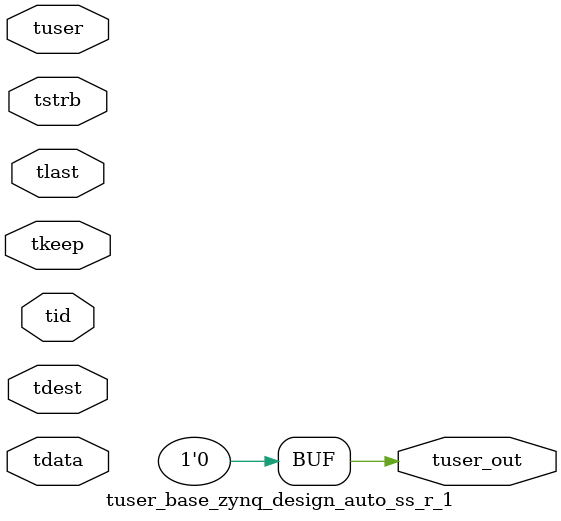
<source format=v>


`timescale 1ps/1ps

module tuser_base_zynq_design_auto_ss_r_1 #
(
parameter C_S_AXIS_TUSER_WIDTH = 1,
parameter C_S_AXIS_TDATA_WIDTH = 32,
parameter C_S_AXIS_TID_WIDTH   = 0,
parameter C_S_AXIS_TDEST_WIDTH = 0,
parameter C_M_AXIS_TUSER_WIDTH = 1
)
(
input  [(C_S_AXIS_TUSER_WIDTH == 0 ? 1 : C_S_AXIS_TUSER_WIDTH)-1:0     ] tuser,
input  [(C_S_AXIS_TDATA_WIDTH == 0 ? 1 : C_S_AXIS_TDATA_WIDTH)-1:0     ] tdata,
input  [(C_S_AXIS_TID_WIDTH   == 0 ? 1 : C_S_AXIS_TID_WIDTH)-1:0       ] tid,
input  [(C_S_AXIS_TDEST_WIDTH == 0 ? 1 : C_S_AXIS_TDEST_WIDTH)-1:0     ] tdest,
input  [(C_S_AXIS_TDATA_WIDTH/8)-1:0 ] tkeep,
input  [(C_S_AXIS_TDATA_WIDTH/8)-1:0 ] tstrb,
input                                                                    tlast,
output [C_M_AXIS_TUSER_WIDTH-1:0] tuser_out
);

assign tuser_out = {1'b0};

endmodule


</source>
